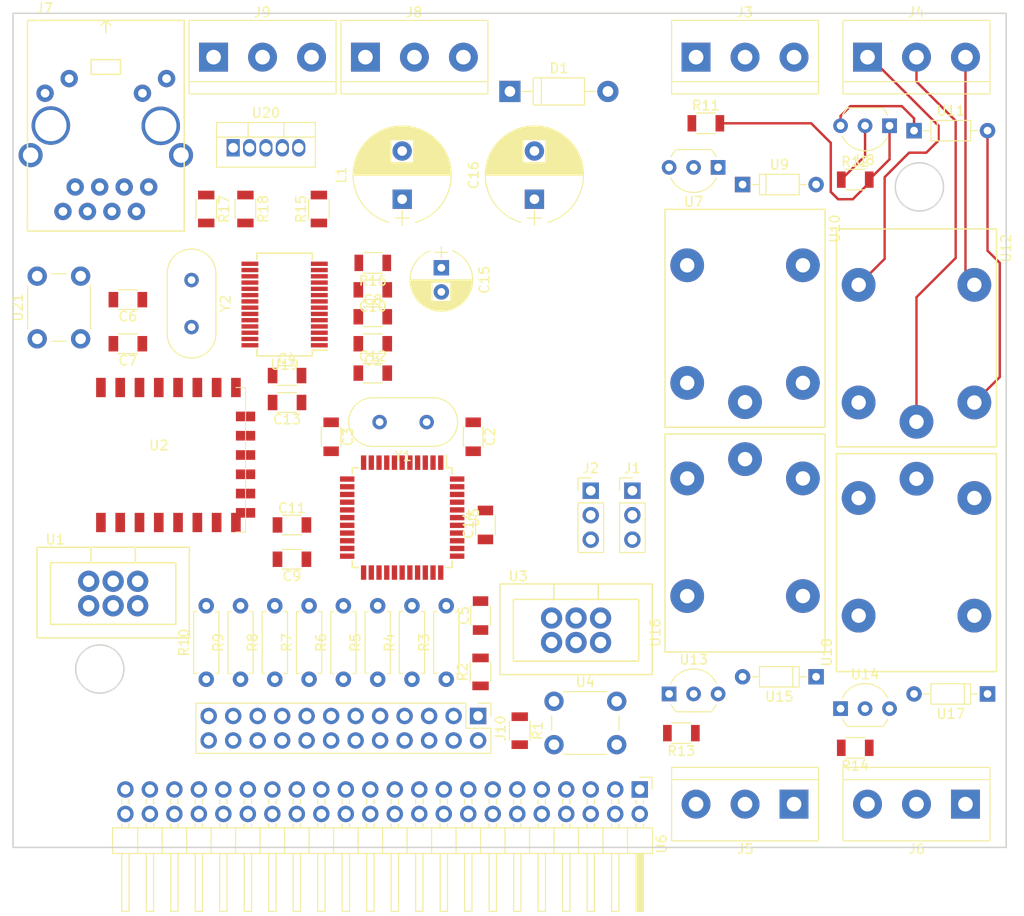
<source format=kicad_pcb>
(kicad_pcb (version 4) (host pcbnew 4.0.7)
  (layers (0 F.Cu signal) (31 B.Cu signal) (34 B.Paste user) (35 F.Paste user) (36 B.SilkS user) (37 F.SilkS user) (38 B.Mask user) (39 F.Mask user) (44 Edge.Cuts user))
  (net 0 "")
  (net 1 +3V3)
  (net 2 GND)
  (net 3 "Net-(C2-Pad1)")
  (net 4 "Net-(C3-Pad1)")
  (net 5 "Net-(C6-Pad1)")
  (net 6 "Net-(C7-Pad1)")
  (net 7 "Net-(C8-Pad1)")
  (net 8 "Net-(C12-Pad1)")
  (net 9 +12V)
  (net 10 "Net-(D1-Pad1)")
  (net 11 /ESP_CS0)
  (net 12 /ESP_BOOT)
  (net 13 "Net-(J3-Pad1)")
  (net 14 "Net-(J3-Pad2)")
  (net 15 "Net-(J3-Pad3)")
  (net 16 "Net-(J4-Pad1)")
  (net 17 "Net-(J4-Pad2)")
  (net 18 "Net-(J4-Pad3)")
  (net 19 "Net-(J5-Pad1)")
  (net 20 "Net-(J5-Pad2)")
  (net 21 "Net-(J5-Pad3)")
  (net 22 "Net-(J6-Pad1)")
  (net 23 "Net-(J6-Pad2)")
  (net 24 "Net-(J6-Pad3)")
  (net 25 /enc28j60/TPOUT+)
  (net 26 /enc28j60/TPOUT-)
  (net 27 /enc28j60/TPIN+)
  (net 28 "Net-(J7-Pad2)")
  (net 29 "Net-(J7-Pad5)")
  (net 30 /enc28j60/TPIN-)
  (net 31 "Net-(J7-PadGA)")
  (net 32 "Net-(J7-PadYA)")
  (net 33 /1wire)
  (net 34 /ADC0)
  (net 35 /ADC1)
  (net 36 /ACD2)
  (net 37 /ADC3)
  (net 38 /ADC4)
  (net 39 /ADC5)
  (net 40 /ADC6)
  (net 41 /ADC7)
  (net 42 /IO0)
  (net 43 /IO1)
  (net 44 /IO2)
  (net 45 /IO3)
  (net 46 /IO4)
  (net 47 /IO5)
  (net 48 /IO6)
  (net 49 /IO7)
  (net 50 /I2C_SDA)
  (net 51 /I2C_SCL)
  (net 52 /TXD)
  (net 53 /RXD)
  (net 54 /RST1)
  (net 55 "Net-(R16-Pad2)")
  (net 56 /enc28j60/LEDA)
  (net 57 /enc28j60/LEDB)
  (net 58 /MISO2)
  (net 59 /SCK2)
  (net 60 /MOSI2)
  (net 61 /RST2)
  (net 62 /ESP_SLEEP)
  (net 63 /MISO1)
  (net 64 /SCK1)
  (net 65 /MOSI1)
  (net 66 "Net-(U10-Pad2)")
  (net 67 "Net-(U13-Pad3)")
  (net 68 "Net-(U14-Pad3)")
  (net 69 "Net-(U5-Pad11)")
  (net 70 "Net-(U5-Pad12)")
  (net 71 "Net-(U5-Pad13)")
  (net 72 "Net-(U5-Pad14)")
  (net 73 /ETH_CS)
  (net 74 /ETH_INT)
  (net 75 "Net-(U11-Pad1)")
  (net 76 "Net-(U19-Pad3)")
  (net 77 "Net-(U19-Pad5)")
  (module Capacitors_SMD:C_1206 (layer F.Cu) (at 67.31 64.262 180)
    (fp_text reference C1 (at 0 -1.75 180) (layer F.SilkS))
    (fp_text value 100n)
    (pad 1 smd rect (at -1.5 0 180) (size 1 1.6) (layers F.Cu F.Paste F.Mask) (net 1 +3V3))
    (pad 2 smd rect (at 1.5 0 180) (size 1 1.6) (layers F.Cu F.Paste F.Mask) (net 2 GND))
  )
  (module Capacitors_SMD:C_1206 (layer F.Cu) (at 77.724 73.914 270)
    (fp_text reference C2 (at 0 -1.75 270) (layer F.SilkS))
    (fp_text value 22p)
    (pad 1 smd rect (at -1.5 0 270) (size 1 1.6) (layers F.Cu F.Paste F.Mask) (net 3 "Net-(C2-Pad1)"))
    (pad 2 smd rect (at 1.5 0 270) (size 1 1.6) (layers F.Cu F.Paste F.Mask) (net 2 GND))
  )
  (module Capacitors_SMD:C_1206 (layer F.Cu) (at 62.992 73.914 270)
    (fp_text reference C3 (at 0 -1.75 270) (layer F.SilkS))
    (fp_text value 22p)
    (pad 1 smd rect (at -1.5 0 270) (size 1 1.6) (layers F.Cu F.Paste F.Mask) (net 4 "Net-(C3-Pad1)"))
    (pad 2 smd rect (at 1.5 0 270) (size 1 1.6) (layers F.Cu F.Paste F.Mask) (net 2 GND))
  )
  (module Capacitors_SMD:C_1206 (layer F.Cu) (at 58.42 67.564)
    (fp_text reference C4 (at 0 -1.75) (layer F.SilkS))
    (fp_text value 100n)
    (pad 1 smd rect (at -1.5 0) (size 1 1.6) (layers F.Cu F.Paste F.Mask) (net 1 +3V3))
    (pad 2 smd rect (at 1.5 0) (size 1 1.6) (layers F.Cu F.Paste F.Mask) (net 2 GND))
  )
  (module Capacitors_SMD:C_1206 (layer F.Cu) (at 78.486 92.456 90)
    (fp_text reference C5 (at 0 -1.75 90) (layer F.SilkS))
    (fp_text value 100n)
    (pad 1 smd rect (at -1.5 0 90) (size 1 1.6) (layers F.Cu F.Paste F.Mask) (net 1 +3V3))
    (pad 2 smd rect (at 1.5 0 90) (size 1 1.6) (layers F.Cu F.Paste F.Mask) (net 2 GND))
  )
  (module Capacitors_SMD:C_1206 (layer F.Cu) (at 41.91 59.69 180)
    (fp_text reference C6 (at 0 -1.75 180) (layer F.SilkS))
    (fp_text value 18p)
    (pad 1 smd rect (at -1.5 0 180) (size 1 1.6) (layers F.Cu F.Paste F.Mask) (net 5 "Net-(C6-Pad1)"))
    (pad 2 smd rect (at 1.5 0 180) (size 1 1.6) (layers F.Cu F.Paste F.Mask) (net 2 GND))
  )
  (module Capacitors_SMD:C_1206 (layer F.Cu) (at 41.91 64.262 180)
    (fp_text reference C7 (at 0 -1.75 180) (layer F.SilkS))
    (fp_text value 18p)
    (pad 1 smd rect (at -1.5 0 180) (size 1 1.6) (layers F.Cu F.Paste F.Mask) (net 6 "Net-(C7-Pad1)"))
    (pad 2 smd rect (at 1.5 0 180) (size 1 1.6) (layers F.Cu F.Paste F.Mask) (net 2 GND))
  )
  (module Capacitors_SMD:C_1206 (layer F.Cu) (at 67.31 61.468)
    (fp_text reference C8 (at 0 -1.75) (layer F.SilkS))
    (fp_text value 100n)
    (pad 1 smd rect (at -1.5 0) (size 1 1.6) (layers F.Cu F.Paste F.Mask) (net 7 "Net-(C8-Pad1)"))
    (pad 2 smd rect (at 1.5 0) (size 1 1.6) (layers F.Cu F.Paste F.Mask) (net 2 GND))
  )
  (module Capacitors_SMD:C_1206 (layer F.Cu) (at 58.928 86.614 180)
    (fp_text reference C9 (at 0 -1.75 180) (layer F.SilkS))
    (fp_text value 100n)
    (pad 1 smd rect (at -1.5 0 180) (size 1 1.6) (layers F.Cu F.Paste F.Mask) (net 2 GND))
    (pad 2 smd rect (at 1.5 0 180) (size 1 1.6) (layers F.Cu F.Paste F.Mask) (net 1 +3V3))
  )
  (module Capacitors_SMD:C_1206 (layer F.Cu) (at 67.31 58.674 180)
    (fp_text reference C10 (at 0 -1.75 180) (layer F.SilkS))
    (fp_text value 100n)
    (pad 1 smd rect (at -1.5 0 180) (size 1 1.6) (layers F.Cu F.Paste F.Mask) (net 1 +3V3))
    (pad 2 smd rect (at 1.5 0 180) (size 1 1.6) (layers F.Cu F.Paste F.Mask) (net 2 GND))
  )
  (module Capacitors_SMD:C_1206 (layer F.Cu) (at 58.928 83.058)
    (fp_text reference C11 (at 0 -1.75) (layer F.SilkS))
    (fp_text value 100n)
    (pad 1 smd rect (at -1.5 0) (size 1 1.6) (layers F.Cu F.Paste F.Mask) (net 1 +3V3))
    (pad 2 smd rect (at 1.5 0) (size 1 1.6) (layers F.Cu F.Paste F.Mask) (net 2 GND))
  )
  (module Capacitors_SMD:C_1206 (layer F.Cu) (at 67.31 67.31)
    (fp_text reference C12 (at 0 -1.75) (layer F.SilkS))
    (fp_text value 10µ)
    (pad 1 smd rect (at -1.5 0) (size 1 1.6) (layers F.Cu F.Paste F.Mask) (net 8 "Net-(C12-Pad1)"))
    (pad 2 smd rect (at 1.5 0) (size 1 1.6) (layers F.Cu F.Paste F.Mask) (net 2 GND))
  )
  (module Capacitors_SMD:C_1206 (layer F.Cu) (at 58.42 70.358 180)
    (fp_text reference C13 (at 0 -1.75 180) (layer F.SilkS))
    (fp_text value 100n)
    (pad 1 smd rect (at -1.5 0 180) (size 1 1.6) (layers F.Cu F.Paste F.Mask) (net 1 +3V3))
    (pad 2 smd rect (at 1.5 0 180) (size 1 1.6) (layers F.Cu F.Paste F.Mask) (net 2 GND))
  )
  (module Capacitors_SMD:C_1206 (layer F.Cu) (at 78.994 83.058 90)
    (fp_text reference C14 (at 0 -1.75 90) (layer F.SilkS))
    (fp_text value 100n)
    (pad 1 smd rect (at -1.5 0 90) (size 1 1.6) (layers F.Cu F.Paste F.Mask) (net 1 +3V3))
    (pad 2 smd rect (at 1.5 0 90) (size 1 1.6) (layers F.Cu F.Paste F.Mask) (net 2 GND))
  )
  (module Capacitors_ThroughHole:CP_Radial_D6.3mm_P2.50mm (layer F.Cu) (at 74.422 56.388 270)
    (fp_text reference C15 (at 1.25 -4.46 270) (layer F.SilkS))
    (fp_text value 100µ)
    (pad 1 thru_hole rect (at 0 0 270) (size 1.6 1.6) (drill 0.8) (layers *.Cu *.Mask) (net 9 +12V))
    (pad 2 thru_hole circle (at 2.5 0 270) (size 1.6 1.6) (drill 0.8) (layers *.Cu *.Mask) (net 2 GND))
  )
  (module Capacitors_ThroughHole:CP_Radial_D10.0mm_P5.00mm (layer F.Cu) (at 84.074 49.276 90)
    (fp_text reference C16 (at 2.5 -6.31 90) (layer F.SilkS))
    (fp_text value 330µ)
    (pad 1 thru_hole rect (at 0 0 90) (size 2 2) (drill 1) (layers *.Cu *.Mask) (net 1 +3V3))
    (pad 2 thru_hole circle (at 5 0 90) (size 2 2) (drill 1) (layers *.Cu *.Mask) (net 2 GND))
  )
  (module Diodes_ThroughHole:D_DO-41_SOD81_P10.16mm_Horizontal (layer F.Cu) (at 81.534 38.1)
    (fp_text reference D1 (at 5.08 -2.41) (layer F.SilkS))
    (fp_text value 1N5819)
    (pad 1 thru_hole rect (at 0 0) (size 2.2 2.2) (drill 1.1) (layers *.Cu *.Mask) (net 10 "Net-(D1-Pad1)"))
    (pad 2 thru_hole oval (at 10.16 0) (size 2.2 2.2) (drill 1.1) (layers *.Cu *.Mask) (net 2 GND))
  )
  (module Pin_Headers:Pin_Header_Straight_1x03_Pitch2.54mm (layer F.Cu) (at 94.234 79.502)
    (fp_text reference J1 (at 0 -2.33) (layer F.SilkS))
    (fp_text value Conn_01x03)
    (pad 1 thru_hole rect (at 0 0) (size 1.7 1.7) (drill 1) (layers *.Cu *.Mask) (net 1 +3V3))
    (pad 2 thru_hole oval (at 0 2.54) (size 1.7 1.7) (drill 1) (layers *.Cu *.Mask) (net 11 /ESP_CS0))
    (pad 3 thru_hole oval (at 0 5.08) (size 1.7 1.7) (drill 1) (layers *.Cu *.Mask) (net 2 GND))
  )
  (module Pin_Headers:Pin_Header_Straight_1x03_Pitch2.54mm (layer F.Cu) (at 89.916 79.502)
    (fp_text reference J2 (at 0 -2.33) (layer F.SilkS))
    (fp_text value Conn_01x03)
    (pad 1 thru_hole rect (at 0 0) (size 1.7 1.7) (drill 1) (layers *.Cu *.Mask) (net 1 +3V3))
    (pad 2 thru_hole oval (at 0 2.54) (size 1.7 1.7) (drill 1) (layers *.Cu *.Mask) (net 12 /ESP_BOOT))
    (pad 3 thru_hole oval (at 0 5.08) (size 1.7 1.7) (drill 1) (layers *.Cu *.Mask) (net 2 GND))
  )
  (module Terminal_Blocks:TerminalBlock_bornier-3_P5.08mm (layer F.Cu) (at 100.838 34.544)
    (fp_text reference J3 (at 5.05 -4.65) (layer F.SilkS))
    (fp_text value Conn_01x03)
    (pad 1 thru_hole rect (at 0 0) (size 3 3) (drill 1.52) (layers *.Cu *.Mask) (net 13 "Net-(J3-Pad1)"))
    (pad 2 thru_hole circle (at 5.08 0) (size 3 3) (drill 1.52) (layers *.Cu *.Mask) (net 14 "Net-(J3-Pad2)"))
    (pad 3 thru_hole circle (at 10.16 0) (size 3 3) (drill 1.52) (layers *.Cu *.Mask) (net 15 "Net-(J3-Pad3)"))
  )
  (module Terminal_Blocks:TerminalBlock_bornier-3_P5.08mm (layer F.Cu) (at 118.618 34.544)
    (fp_text reference J4 (at 5.05 -4.65) (layer F.SilkS))
    (fp_text value Conn_01x03)
    (pad 1 thru_hole rect (at 0 0) (size 3 3) (drill 1.52) (layers *.Cu *.Mask) (net 16 "Net-(J4-Pad1)"))
    (pad 2 thru_hole circle (at 5.08 0) (size 3 3) (drill 1.52) (layers *.Cu *.Mask) (net 17 "Net-(J4-Pad2)"))
    (pad 3 thru_hole circle (at 10.16 0) (size 3 3) (drill 1.52) (layers *.Cu *.Mask) (net 18 "Net-(J4-Pad3)"))
  )
  (module Terminal_Blocks:TerminalBlock_bornier-3_P5.08mm (layer F.Cu) (at 110.998 112.014 180)
    (fp_text reference J5 (at 5.05 -4.65 180) (layer F.SilkS))
    (fp_text value Conn_01x03)
    (pad 1 thru_hole rect (at 0 0 180) (size 3 3) (drill 1.52) (layers *.Cu *.Mask) (net 19 "Net-(J5-Pad1)"))
    (pad 2 thru_hole circle (at 5.08 0 180) (size 3 3) (drill 1.52) (layers *.Cu *.Mask) (net 20 "Net-(J5-Pad2)"))
    (pad 3 thru_hole circle (at 10.16 0 180) (size 3 3) (drill 1.52) (layers *.Cu *.Mask) (net 21 "Net-(J5-Pad3)"))
  )
  (module Terminal_Blocks:TerminalBlock_bornier-3_P5.08mm (layer F.Cu) (at 128.778 112.014 180)
    (fp_text reference J6 (at 5.05 -4.65 180) (layer F.SilkS))
    (fp_text value Conn_01x03)
    (pad 1 thru_hole rect (at 0 0 180) (size 3 3) (drill 1.52) (layers *.Cu *.Mask) (net 22 "Net-(J6-Pad1)"))
    (pad 2 thru_hole circle (at 5.08 0 180) (size 3 3) (drill 1.52) (layers *.Cu *.Mask) (net 23 "Net-(J6-Pad2)"))
    (pad 3 thru_hole circle (at 10.16 0 180) (size 3 3) (drill 1.52) (layers *.Cu *.Mask) (net 24 "Net-(J6-Pad3)"))
  )
  (module Bauteile:RJ45-WIZnet (layer F.Cu) (at 39.624 48.006 180)
    (fp_text reference J7 (at 6.35 18.542 180) (layer F.SilkS))
    (fp_text value RJ45-TRANSFO)
    (pad 1 thru_hole circle (at -4.445 0 180) (size 1.8 1.8) (drill 0.9) (layers *.Cu *.Mask) (net 25 /enc28j60/TPOUT+))
    (pad 3 thru_hole circle (at -3.175 -2.54 180) (size 1.8 1.8) (drill 0.9) (layers *.Cu *.Mask) (net 26 /enc28j60/TPOUT-))
    (pad 4 thru_hole circle (at -1.905 0 180) (size 1.8 1.8) (drill 0.9) (layers *.Cu *.Mask) (net 27 /enc28j60/TPIN+))
    (pad 2 thru_hole circle (at -0.635 -2.54 180) (size 1.8 1.8) (drill 0.9) (layers *.Cu *.Mask) (net 28 "Net-(J7-Pad2)"))
    (pad 5 thru_hole circle (at 0.635 0 180) (size 1.8 1.8) (drill 0.9) (layers *.Cu *.Mask) (net 29 "Net-(J7-Pad5)"))
    (pad 6 thru_hole circle (at 1.905 -2.54 180) (size 1.8 1.8) (drill 0.9) (layers *.Cu *.Mask) (net 30 /enc28j60/TPIN-))
    (pad 7 thru_hole circle (at 3.175 0 180) (size 1.8 1.8) (drill 0.9) (layers *.Cu *.Mask))
    (pad 8 thru_hole circle (at 4.445 -2.54 180) (size 1.8 1.8) (drill 0.9) (layers *.Cu *.Mask) (net 2 GND))
    (pad "" np_thru_hole circle (at -5.7 6.34 180) (size 4 4) (drill 3.25) (layers *.Cu *.Mask))
    (pad "" np_thru_hole circle (at 5.7 6.37 180) (size 4 4) (drill 3.25) (layers *.Cu *.Mask))
    (pad 13 thru_hole circle (at -7.8 3.3 180) (size 2.5 2.5) (drill 1.6) (layers *.Cu *.Mask) (net 2 GND))
    (pad 13 thru_hole circle (at 7.8 3.3 180) (size 2.5 2.5) (drill 1.6) (layers *.Cu *.Mask) (net 2 GND))
    (pad GA thru_hole circle (at -6.3 11.24 180) (size 1.8 1.8) (drill 0.9) (layers *.Cu *.Mask) (net 31 "Net-(J7-PadGA)"))
    (pad GK thru_hole circle (at -3.8 9.72 180) (size 1.8 1.8) (drill 0.9) (layers *.Cu *.Mask) (net 2 GND))
    (pad YA thru_hole circle (at 6.3 9.72 180) (size 1.8 1.8) (drill 0.9) (layers *.Cu *.Mask) (net 32 "Net-(J7-PadYA)"))
    (pad YK thru_hole circle (at 3.8 11.24 180) (size 1.8 1.8) (drill 0.9) (layers *.Cu *.Mask) (net 2 GND))
  )
  (module Terminal_Blocks:TerminalBlock_bornier-3_P5.08mm (layer F.Cu) (at 66.548 34.544)
    (fp_text reference J8 (at 5.05 -4.65) (layer F.SilkS))
    (fp_text value Conn_01x03)
    (pad 1 thru_hole rect (at 0 0) (size 3 3) (drill 1.52) (layers *.Cu *.Mask) (net 9 +12V))
    (pad 2 thru_hole circle (at 5.08 0) (size 3 3) (drill 1.52) (layers *.Cu *.Mask) (net 1 +3V3))
    (pad 3 thru_hole circle (at 10.16 0) (size 3 3) (drill 1.52) (layers *.Cu *.Mask) (net 2 GND))
  )
  (module Terminal_Blocks:TerminalBlock_bornier-3_P5.08mm (layer F.Cu) (at 50.8 34.544)
    (fp_text reference J9 (at 5.05 -4.65) (layer F.SilkS))
    (fp_text value Conn_01x03)
    (pad 1 thru_hole rect (at 0 0) (size 3 3) (drill 1.52) (layers *.Cu *.Mask) (net 9 +12V))
    (pad 2 thru_hole circle (at 5.08 0) (size 3 3) (drill 1.52) (layers *.Cu *.Mask) (net 1 +3V3))
    (pad 3 thru_hole circle (at 10.16 0) (size 3 3) (drill 1.52) (layers *.Cu *.Mask) (net 2 GND))
  )
  (module Pin_Headers:Pin_Header_Straight_2x12_Pitch2.54mm (layer F.Cu) (at 78.232 102.87 270)
    (fp_text reference J10 (at 1.27 -2.33 270) (layer F.SilkS))
    (fp_text value IOT2Connector_Int)
    (pad 1 thru_hole rect (at 0 0 270) (size 1.7 1.7) (drill 1) (layers *.Cu *.Mask) (net 1 +3V3))
    (pad 2 thru_hole oval (at 2.54 0 270) (size 1.7 1.7) (drill 1) (layers *.Cu *.Mask) (net 9 +12V))
    (pad 3 thru_hole oval (at 0 2.54 270) (size 1.7 1.7) (drill 1) (layers *.Cu *.Mask) (net 33 /1wire))
    (pad 4 thru_hole oval (at 2.54 2.54 270) (size 1.7 1.7) (drill 1) (layers *.Cu *.Mask) (net 2 GND))
    (pad 5 thru_hole oval (at 0 5.08 270) (size 1.7 1.7) (drill 1) (layers *.Cu *.Mask) (net 34 /ADC0))
    (pad 6 thru_hole oval (at 2.54 5.08 270) (size 1.7 1.7) (drill 1) (layers *.Cu *.Mask) (net 35 /ADC1))
    (pad 7 thru_hole oval (at 0 7.62 270) (size 1.7 1.7) (drill 1) (layers *.Cu *.Mask) (net 36 /ACD2))
    (pad 8 thru_hole oval (at 2.54 7.62 270) (size 1.7 1.7) (drill 1) (layers *.Cu *.Mask) (net 37 /ADC3))
    (pad 9 thru_hole oval (at 0 10.16 270) (size 1.7 1.7) (drill 1) (layers *.Cu *.Mask) (net 38 /ADC4))
    (pad 10 thru_hole oval (at 2.54 10.16 270) (size 1.7 1.7) (drill 1) (layers *.Cu *.Mask) (net 39 /ADC5))
    (pad 11 thru_hole oval (at 0 12.7 270) (size 1.7 1.7) (drill 1) (layers *.Cu *.Mask) (net 40 /ADC6))
    (pad 12 thru_hole oval (at 2.54 12.7 270) (size 1.7 1.7) (drill 1) (layers *.Cu *.Mask) (net 41 /ADC7))
    (pad 13 thru_hole oval (at 0 15.24 270) (size 1.7 1.7) (drill 1) (layers *.Cu *.Mask) (net 42 /IO0))
    (pad 14 thru_hole oval (at 2.54 15.24 270) (size 1.7 1.7) (drill 1) (layers *.Cu *.Mask) (net 43 /IO1))
    (pad 15 thru_hole oval (at 0 17.78 270) (size 1.7 1.7) (drill 1) (layers *.Cu *.Mask) (net 44 /IO2))
    (pad 16 thru_hole oval (at 2.54 17.78 270) (size 1.7 1.7) (drill 1) (layers *.Cu *.Mask) (net 45 /IO3))
    (pad 17 thru_hole oval (at 0 20.32 270) (size 1.7 1.7) (drill 1) (layers *.Cu *.Mask) (net 46 /IO4))
    (pad 18 thru_hole oval (at 2.54 20.32 270) (size 1.7 1.7) (drill 1) (layers *.Cu *.Mask) (net 47 /IO5))
    (pad 19 thru_hole oval (at 0 22.86 270) (size 1.7 1.7) (drill 1) (layers *.Cu *.Mask) (net 48 /IO6))
    (pad 20 thru_hole oval (at 2.54 22.86 270) (size 1.7 1.7) (drill 1) (layers *.Cu *.Mask) (net 49 /IO7))
    (pad 21 thru_hole oval (at 0 25.4 270) (size 1.7 1.7) (drill 1) (layers *.Cu *.Mask) (net 50 /I2C_SDA))
    (pad 22 thru_hole oval (at 2.54 25.4 270) (size 1.7 1.7) (drill 1) (layers *.Cu *.Mask) (net 51 /I2C_SCL))
    (pad 23 thru_hole oval (at 0 27.94 270) (size 1.7 1.7) (drill 1) (layers *.Cu *.Mask) (net 52 /TXD))
    (pad 24 thru_hole oval (at 2.54 27.94 270) (size 1.7 1.7) (drill 1) (layers *.Cu *.Mask) (net 53 /RXD))
  )
  (module Capacitors_ThroughHole:CP_Radial_D10.0mm_P5.00mm (layer F.Cu) (at 70.358 49.276 90)
    (fp_text reference L1 (at 2.5 -6.31 90) (layer F.SilkS))
    (fp_text value 330µ)
    (pad 1 thru_hole rect (at 0 0 90) (size 2 2) (drill 1) (layers *.Cu *.Mask) (net 10 "Net-(D1-Pad1)"))
    (pad 2 thru_hole circle (at 5 0 90) (size 2 2) (drill 1) (layers *.Cu *.Mask) (net 1 +3V3))
  )
  (module Resistors_SMD:R_1206 (layer F.Cu) (at 82.55 104.394 270)
    (fp_text reference R1 (at 0 -1.85 270) (layer F.SilkS))
    (fp_text value 10k)
    (pad 1 smd rect (at -1.45 0 270) (size 0.9 1.7) (layers F.Cu F.Paste F.Mask) (net 1 +3V3))
    (pad 2 smd rect (at 1.45 0 270) (size 0.9 1.7) (layers F.Cu F.Paste F.Mask) (net 54 /RST1))
  )
  (module Resistors_SMD:R_1206 (layer F.Cu) (at 78.486 98.298 90)
    (fp_text reference R2 (at 0 -1.85 90) (layer F.SilkS))
    (fp_text value 4k7)
    (pad 1 smd rect (at -1.45 0 90) (size 0.9 1.7) (layers F.Cu F.Paste F.Mask) (net 1 +3V3))
    (pad 2 smd rect (at 1.45 0 90) (size 0.9 1.7) (layers F.Cu F.Paste F.Mask) (net 33 /1wire))
  )
  (module Resistors_ThroughHole:R_Axial_DIN0207_L6.3mm_D2.5mm_P7.62mm_Horizontal (layer F.Cu) (at 74.93 99.06 90)
    (fp_text reference R3 (at 3.81 -2.31 90) (layer F.SilkS))
    (fp_text value ~)
    (pad 1 thru_hole circle (at 0 0 90) (size 1.6 1.6) (drill 0.8) (layers *.Cu *.Mask) (net 34 /ADC0))
    (pad 2 thru_hole oval (at 7.62 0 90) (size 1.6 1.6) (drill 0.8) (layers *.Cu *.Mask) (net 1 +3V3))
  )
  (module Resistors_ThroughHole:R_Axial_DIN0207_L6.3mm_D2.5mm_P7.62mm_Horizontal (layer F.Cu) (at 71.374 99.06 90)
    (fp_text reference R4 (at 3.81 -2.31 90) (layer F.SilkS))
    (fp_text value ~)
    (pad 1 thru_hole circle (at 0 0 90) (size 1.6 1.6) (drill 0.8) (layers *.Cu *.Mask) (net 35 /ADC1))
    (pad 2 thru_hole oval (at 7.62 0 90) (size 1.6 1.6) (drill 0.8) (layers *.Cu *.Mask) (net 1 +3V3))
  )
  (module Resistors_ThroughHole:R_Axial_DIN0207_L6.3mm_D2.5mm_P7.62mm_Horizontal (layer F.Cu) (at 67.818 99.06 90)
    (fp_text reference R5 (at 3.81 -2.31 90) (layer F.SilkS))
    (fp_text value ~)
    (pad 1 thru_hole circle (at 0 0 90) (size 1.6 1.6) (drill 0.8) (layers *.Cu *.Mask) (net 36 /ACD2))
    (pad 2 thru_hole oval (at 7.62 0 90) (size 1.6 1.6) (drill 0.8) (layers *.Cu *.Mask) (net 1 +3V3))
  )
  (module Resistors_ThroughHole:R_Axial_DIN0207_L6.3mm_D2.5mm_P7.62mm_Horizontal (layer F.Cu) (at 64.262 99.06 90)
    (fp_text reference R6 (at 3.81 -2.31 90) (layer F.SilkS))
    (fp_text value ~)
    (pad 1 thru_hole circle (at 0 0 90) (size 1.6 1.6) (drill 0.8) (layers *.Cu *.Mask) (net 37 /ADC3))
    (pad 2 thru_hole oval (at 7.62 0 90) (size 1.6 1.6) (drill 0.8) (layers *.Cu *.Mask) (net 1 +3V3))
  )
  (module Resistors_ThroughHole:R_Axial_DIN0207_L6.3mm_D2.5mm_P7.62mm_Horizontal (layer F.Cu) (at 60.706 99.06 90)
    (fp_text reference R7 (at 3.81 -2.31 90) (layer F.SilkS))
    (fp_text value ~)
    (pad 1 thru_hole circle (at 0 0 90) (size 1.6 1.6) (drill 0.8) (layers *.Cu *.Mask) (net 38 /ADC4))
    (pad 2 thru_hole oval (at 7.62 0 90) (size 1.6 1.6) (drill 0.8) (layers *.Cu *.Mask) (net 1 +3V3))
  )
  (module Resistors_ThroughHole:R_Axial_DIN0207_L6.3mm_D2.5mm_P7.62mm_Horizontal (layer F.Cu) (at 57.15 99.06 90)
    (fp_text reference R8 (at 3.81 -2.31 90) (layer F.SilkS))
    (fp_text value ~)
    (pad 1 thru_hole circle (at 0 0 90) (size 1.6 1.6) (drill 0.8) (layers *.Cu *.Mask) (net 39 /ADC5))
    (pad 2 thru_hole oval (at 7.62 0 90) (size 1.6 1.6) (drill 0.8) (layers *.Cu *.Mask) (net 1 +3V3))
  )
  (module Resistors_ThroughHole:R_Axial_DIN0207_L6.3mm_D2.5mm_P7.62mm_Horizontal (layer F.Cu) (at 53.594 99.06 90)
    (fp_text reference R9 (at 3.81 -2.31 90) (layer F.SilkS))
    (fp_text value ~)
    (pad 1 thru_hole circle (at 0 0 90) (size 1.6 1.6) (drill 0.8) (layers *.Cu *.Mask) (net 40 /ADC6))
    (pad 2 thru_hole oval (at 7.62 0 90) (size 1.6 1.6) (drill 0.8) (layers *.Cu *.Mask) (net 1 +3V3))
  )
  (module Resistors_ThroughHole:R_Axial_DIN0207_L6.3mm_D2.5mm_P7.62mm_Horizontal (layer F.Cu) (at 50.038 99.06 90)
    (fp_text reference R10 (at 3.81 -2.31 90) (layer F.SilkS))
    (fp_text value ~)
    (pad 1 thru_hole circle (at 0 0 90) (size 1.6 1.6) (drill 0.8) (layers *.Cu *.Mask) (net 41 /ADC7))
    (pad 2 thru_hole oval (at 7.62 0 90) (size 1.6 1.6) (drill 0.8) (layers *.Cu *.Mask) (net 1 +3V3))
  )
  (module Resistors_SMD:R_1206 (layer F.Cu) (at 101.854 41.402)
    (fp_text reference R11 (at 0 -1.85) (layer F.SilkS))
    (fp_text value 10k)
    (pad 1 smd rect (at -1.45 0) (size 0.9 1.7) (layers F.Cu F.Paste F.Mask) (net 42 /IO0))
    (pad 2 smd rect (at 1.45 0) (size 0.9 1.7) (layers F.Cu F.Paste F.Mask) (net 2 GND))
  )
  (module Resistors_SMD:R_1206 (layer F.Cu) (at 117.348 47.244)
    (fp_text reference R12 (at 0 -1.85) (layer F.SilkS))
    (fp_text value 10k)
    (pad 1 smd rect (at -1.45 0) (size 0.9 1.7) (layers F.Cu F.Paste F.Mask) (net 43 /IO1))
    (pad 2 smd rect (at 1.45 0) (size 0.9 1.7) (layers F.Cu F.Paste F.Mask) (net 2 GND))
  )
  (module Resistors_SMD:R_1206 (layer F.Cu) (at 99.314 104.648 180)
    (fp_text reference R13 (at 0 -1.85 180) (layer F.SilkS))
    (fp_text value 10k)
    (pad 1 smd rect (at -1.45 0 180) (size 0.9 1.7) (layers F.Cu F.Paste F.Mask) (net 44 /IO2))
    (pad 2 smd rect (at 1.45 0 180) (size 0.9 1.7) (layers F.Cu F.Paste F.Mask) (net 2 GND))
  )
  (module Resistors_SMD:R_1206 (layer F.Cu) (at 117.348 106.172 180)
    (fp_text reference R14 (at 0 -1.85 180) (layer F.SilkS))
    (fp_text value 10k)
    (pad 1 smd rect (at -1.45 0 180) (size 0.9 1.7) (layers F.Cu F.Paste F.Mask) (net 45 /IO3))
    (pad 2 smd rect (at 1.45 0 180) (size 0.9 1.7) (layers F.Cu F.Paste F.Mask) (net 2 GND))
  )
  (module Resistors_SMD:R_1206 (layer F.Cu) (at 61.722 50.292 90)
    (fp_text reference R15 (at 0 -1.85 90) (layer F.SilkS))
    (fp_text value 33k)
    (pad 1 smd rect (at -1.45 0 90) (size 0.9 1.7) (layers F.Cu F.Paste F.Mask) (net 7 "Net-(C8-Pad1)"))
    (pad 2 smd rect (at 1.45 0 90) (size 0.9 1.7) (layers F.Cu F.Paste F.Mask) (net 1 +3V3))
  )
  (module Resistors_SMD:R_1206 (layer F.Cu) (at 67.31 55.88 180)
    (fp_text reference R16 (at 0 -1.85 180) (layer F.SilkS))
    (fp_text value 2k)
    (pad 1 smd rect (at -1.45 0 180) (size 0.9 1.7) (layers F.Cu F.Paste F.Mask) (net 2 GND))
    (pad 2 smd rect (at 1.45 0 180) (size 0.9 1.7) (layers F.Cu F.Paste F.Mask) (net 55 "Net-(R16-Pad2)"))
  )
  (module Resistors_SMD:R_1206 (layer F.Cu) (at 50.038 50.292 270)
    (fp_text reference R17 (at 0 -1.85 270) (layer F.SilkS))
    (fp_text value 180)
    (pad 1 smd rect (at -1.45 0 270) (size 0.9 1.7) (layers F.Cu F.Paste F.Mask) (net 31 "Net-(J7-PadGA)"))
    (pad 2 smd rect (at 1.45 0 270) (size 0.9 1.7) (layers F.Cu F.Paste F.Mask) (net 56 /enc28j60/LEDA))
  )
  (module Resistors_SMD:R_1206 (layer F.Cu) (at 54.102 50.292 270)
    (fp_text reference R18 (at 0 -1.85 270) (layer F.SilkS))
    (fp_text value 180)
    (pad 1 smd rect (at -1.45 0 270) (size 0.9 1.7) (layers F.Cu F.Paste F.Mask) (net 32 "Net-(J7-PadYA)"))
    (pad 2 smd rect (at 1.45 0 270) (size 0.9 1.7) (layers F.Cu F.Paste F.Mask) (net 57 /enc28j60/LEDB))
  )
  (module Footprints:ICSP6 (layer F.Cu) (at 40.386 90.17 180)
    (fp_text reference U1 (at 6 5.6 180) (layer F.SilkS))
    (fp_text value ICSP6)
    (pad 1 thru_hole circle (at -2.54 1.27 180) (size 2.2 2.2) (drill 1.2) (layers *.Cu *.Mask) (net 58 /MISO2))
    (pad 2 thru_hole circle (at -2.54 -1.27 180) (size 2.2 2.2) (drill 1.2) (layers *.Cu *.Mask) (net 1 +3V3))
    (pad 3 thru_hole circle (at 0 1.27 180) (size 2.2 2.2) (drill 1.2) (layers *.Cu *.Mask) (net 59 /SCK2))
    (pad 4 thru_hole circle (at 0 -1.27 180) (size 2.2 2.2) (drill 1.2) (layers *.Cu *.Mask) (net 60 /MOSI2))
    (pad 5 thru_hole circle (at 2.54 1.27 180) (size 2.2 2.2) (drill 1.2) (layers *.Cu *.Mask) (net 61 /RST2))
    (pad 6 thru_hole circle (at 2.54 -1.27 180) (size 2.2 2.2) (drill 1.2) (layers *.Cu *.Mask) (net 2 GND))
  )
  (module ESP8266:ESP-12E_SMD (layer F.Cu) (at 39.116 82.804 90)
    (fp_text reference U2 (at 8 6 180) (layer F.SilkS))
    (fp_text value ESP-12E hide)
    (pad 1 smd rect (at 0 0 90) (size 2 1) (layers F.Cu F.Paste F.Mask) (net 61 /RST2))
    (pad 2 smd rect (at 0 2 90) (size 2 1) (layers F.Cu F.Paste F.Mask) (net 34 /ADC0))
    (pad 3 smd rect (at 0 4 90) (size 2 1) (layers F.Cu F.Paste F.Mask) (net 1 +3V3))
    (pad 4 smd rect (at 0 6 90) (size 2 1) (layers F.Cu F.Paste F.Mask) (net 62 /ESP_SLEEP))
    (pad 5 smd rect (at 0 8 90) (size 2 1) (layers F.Cu F.Paste F.Mask) (net 48 /IO6))
    (pad 6 smd rect (at 0 10 90) (size 2 1) (layers F.Cu F.Paste F.Mask) (net 46 /IO4))
    (pad 7 smd rect (at 0 12 90) (size 2 1) (layers F.Cu F.Paste F.Mask) (net 47 /IO5))
    (pad 8 smd rect (at 0 14 90) (size 2 1) (layers F.Cu F.Paste F.Mask) (net 1 +3V3))
    (pad 9 smd rect (at 14 14 90) (size 2 1) (layers F.Cu F.Paste F.Mask) (net 2 GND))
    (pad 10 smd rect (at 14 12 90) (size 2 1) (layers F.Cu F.Paste F.Mask) (net 2 GND))
    (pad 11 smd rect (at 14 10 90) (size 2 1) (layers F.Cu F.Paste F.Mask) (net 1 +3V3))
    (pad 12 smd rect (at 14 8 90) (size 2 1) (layers F.Cu F.Paste F.Mask) (net 12 /ESP_BOOT))
    (pad 13 smd rect (at 14 6 90) (size 2 1) (layers F.Cu F.Paste F.Mask) (net 43 /IO1))
    (pad 14 smd rect (at 14 4 90) (size 2 1) (layers F.Cu F.Paste F.Mask) (net 42 /IO0))
    (pad 15 smd rect (at 14 2 90) (size 2 1) (layers F.Cu F.Paste F.Mask) (net 52 /TXD))
    (pad 16 smd rect (at 14 0 90) (size 2 1) (layers F.Cu F.Paste F.Mask) (net 53 /RXD))
    (pad 17 smd rect (at 1 15 180) (size 2 1) (layers F.Cu F.Paste F.Mask) (net 11 /ESP_CS0))
    (pad 18 smd rect (at 3 15 180) (size 2 1) (layers F.Cu F.Paste F.Mask) (net 60 /MOSI2))
    (pad 19 smd rect (at 5 15 180) (size 2 1) (layers F.Cu F.Paste F.Mask) (net 44 /IO2))
    (pad 20 smd rect (at 7 15 180) (size 2 1) (layers F.Cu F.Paste F.Mask) (net 45 /IO3))
    (pad 21 smd rect (at 9 15 180) (size 2 1) (layers F.Cu F.Paste F.Mask) (net 58 /MISO2))
    (pad 22 smd rect (at 11 15 180) (size 2 1) (layers F.Cu F.Paste F.Mask) (net 59 /SCK2))
  )
  (module Footprints:ICSP6 (layer F.Cu) (at 88.392 93.98 180)
    (fp_text reference U3 (at 6 5.6 180) (layer F.SilkS))
    (fp_text value ICSP6)
    (pad 1 thru_hole circle (at -2.54 1.27 180) (size 2.2 2.2) (drill 1.2) (layers *.Cu *.Mask) (net 63 /MISO1))
    (pad 2 thru_hole circle (at -2.54 -1.27 180) (size 2.2 2.2) (drill 1.2) (layers *.Cu *.Mask) (net 1 +3V3))
    (pad 3 thru_hole circle (at 0 1.27 180) (size 2.2 2.2) (drill 1.2) (layers *.Cu *.Mask) (net 64 /SCK1))
    (pad 4 thru_hole circle (at 0 -1.27 180) (size 2.2 2.2) (drill 1.2) (layers *.Cu *.Mask) (net 65 /MOSI1))
    (pad 5 thru_hole circle (at 2.54 1.27 180) (size 2.2 2.2) (drill 1.2) (layers *.Cu *.Mask) (net 54 /RST1))
    (pad 6 thru_hole circle (at 2.54 -1.27 180) (size 2.2 2.2) (drill 1.2) (layers *.Cu *.Mask) (net 2 GND))
  )
  (module Buttons_Switches_ThroughHole:SW_PUSH_6mm (layer F.Cu) (at 86.106 101.346)
    (fp_text reference U4 (at 3.25 -2) (layer F.SilkS))
    (fp_text value Button)
    (pad 2 thru_hole circle (at 0 4.5 90) (size 2 2) (drill 1.1) (layers *.Cu *.Mask) (net 54 /RST1))
    (pad 1 thru_hole circle (at 0 0 90) (size 2 2) (drill 1.1) (layers *.Cu *.Mask) (net 2 GND))
    (pad 2 thru_hole circle (at 6.5 4.5 90) (size 2 2) (drill 1.1) (layers *.Cu *.Mask) (net 54 /RST1))
    (pad 1 thru_hole circle (at 6.5 0 90) (size 2 2) (drill 1.1) (layers *.Cu *.Mask) (net 2 GND))
  )
  (module Pin_Headers:Pin_Header_Angled_2x22_Pitch2.54mm (layer F.Cu) (at 94.996 110.49 270)
    (fp_text reference U6 (at 5.655 -2.27 270) (layer F.SilkS))
    (fp_text value IOT2Connector)
    (pad 1 thru_hole rect (at 0 0 270) (size 1.7 1.7) (drill 1) (layers *.Cu *.Mask) (net 9 +12V))
    (pad 2 thru_hole oval (at 2.54 0 270) (size 1.7 1.7) (drill 1) (layers *.Cu *.Mask) (net 2 GND))
    (pad 3 thru_hole oval (at 0 2.54 270) (size 1.7 1.7) (drill 1) (layers *.Cu *.Mask) (net 1 +3V3))
    (pad 4 thru_hole oval (at 2.54 2.54 270) (size 1.7 1.7) (drill 1) (layers *.Cu *.Mask) (net 2 GND))
    (pad 5 thru_hole oval (at 0 5.08 270) (size 1.7 1.7) (drill 1) (layers *.Cu *.Mask) (net 34 /ADC0))
    (pad 6 thru_hole oval (at 2.54 5.08 270) (size 1.7 1.7) (drill 1) (layers *.Cu *.Mask) (net 2 GND))
    (pad 7 thru_hole oval (at 0 7.62 270) (size 1.7 1.7) (drill 1) (layers *.Cu *.Mask) (net 35 /ADC1))
    (pad 8 thru_hole oval (at 2.54 7.62 270) (size 1.7 1.7) (drill 1) (layers *.Cu *.Mask) (net 2 GND))
    (pad 9 thru_hole oval (at 0 10.16 270) (size 1.7 1.7) (drill 1) (layers *.Cu *.Mask) (net 36 /ACD2))
    (pad 10 thru_hole oval (at 2.54 10.16 270) (size 1.7 1.7) (drill 1) (layers *.Cu *.Mask) (net 2 GND))
    (pad 11 thru_hole oval (at 0 12.7 270) (size 1.7 1.7) (drill 1) (layers *.Cu *.Mask) (net 37 /ADC3))
    (pad 12 thru_hole oval (at 2.54 12.7 270) (size 1.7 1.7) (drill 1) (layers *.Cu *.Mask) (net 2 GND))
    (pad 13 thru_hole oval (at 0 15.24 270) (size 1.7 1.7) (drill 1) (layers *.Cu *.Mask) (net 38 /ADC4))
    (pad 14 thru_hole oval (at 2.54 15.24 270) (size 1.7 1.7) (drill 1) (layers *.Cu *.Mask) (net 2 GND))
    (pad 15 thru_hole oval (at 0 17.78 270) (size 1.7 1.7) (drill 1) (layers *.Cu *.Mask) (net 39 /ADC5))
    (pad 16 thru_hole oval (at 2.54 17.78 270) (size 1.7 1.7) (drill 1) (layers *.Cu *.Mask) (net 2 GND))
    (pad 17 thru_hole oval (at 0 20.32 270) (size 1.7 1.7) (drill 1) (layers *.Cu *.Mask) (net 40 /ADC6))
    (pad 18 thru_hole oval (at 2.54 20.32 270) (size 1.7 1.7) (drill 1) (layers *.Cu *.Mask) (net 2 GND))
    (pad 19 thru_hole oval (at 0 22.86 270) (size 1.7 1.7) (drill 1) (layers *.Cu *.Mask) (net 41 /ADC7))
    (pad 20 thru_hole oval (at 2.54 22.86 270) (size 1.7 1.7) (drill 1) (layers *.Cu *.Mask) (net 2 GND))
    (pad 21 thru_hole oval (at 0 25.4 270) (size 1.7 1.7) (drill 1) (layers *.Cu *.Mask) (net 42 /IO0))
    (pad 22 thru_hole oval (at 2.54 25.4 270) (size 1.7 1.7) (drill 1) (layers *.Cu *.Mask) (net 2 GND))
    (pad 23 thru_hole oval (at 0 27.94 270) (size 1.7 1.7) (drill 1) (layers *.Cu *.Mask) (net 43 /IO1))
    (pad 24 thru_hole oval (at 2.54 27.94 270) (size 1.7 1.7) (drill 1) (layers *.Cu *.Mask) (net 2 GND))
    (pad 25 thru_hole oval (at 0 30.48 270) (size 1.7 1.7) (drill 1) (layers *.Cu *.Mask) (net 44 /IO2))
    (pad 26 thru_hole oval (at 2.54 30.48 270) (size 1.7 1.7) (drill 1) (layers *.Cu *.Mask) (net 2 GND))
    (pad 27 thru_hole oval (at 0 33.02 270) (size 1.7 1.7) (drill 1) (layers *.Cu *.Mask) (net 45 /IO3))
    (pad 28 thru_hole oval (at 2.54 33.02 270) (size 1.7 1.7) (drill 1) (layers *.Cu *.Mask) (net 2 GND))
    (pad 29 thru_hole oval (at 0 35.56 270) (size 1.7 1.7) (drill 1) (layers *.Cu *.Mask) (net 46 /IO4))
    (pad 30 thru_hole oval (at 2.54 35.56 270) (size 1.7 1.7) (drill 1) (layers *.Cu *.Mask) (net 2 GND))
    (pad 31 thru_hole oval (at 0 38.1 270) (size 1.7 1.7) (drill 1) (layers *.Cu *.Mask) (net 47 /IO5))
    (pad 32 thru_hole oval (at 2.54 38.1 270) (size 1.7 1.7) (drill 1) (layers *.Cu *.Mask) (net 2 GND))
    (pad 33 thru_hole oval (at 0 40.64 270) (size 1.7 1.7) (drill 1) (layers *.Cu *.Mask) (net 48 /IO6))
    (pad 34 thru_hole oval (at 2.54 40.64 270) (size 1.7 1.7) (drill 1) (layers *.Cu *.Mask) (net 2 GND))
    (pad 35 thru_hole oval (at 0 43.18 270) (size 1.7 1.7) (drill 1) (layers *.Cu *.Mask) (net 49 /IO7))
    (pad 36 thru_hole oval (at 2.54 43.18 270) (size 1.7 1.7) (drill 1) (layers *.Cu *.Mask) (net 2 GND))
    (pad 37 thru_hole oval (at 0 45.72 270) (size 1.7 1.7) (drill 1) (layers *.Cu *.Mask) (net 50 /I2C_SDA))
    (pad 38 thru_hole oval (at 2.54 45.72 270) (size 1.7 1.7) (drill 1) (layers *.Cu *.Mask) (net 51 /I2C_SCL))
    (pad 39 thru_hole oval (at 0 48.26 270) (size 1.7 1.7) (drill 1) (layers *.Cu *.Mask) (net 52 /TXD))
    (pad 40 thru_hole oval (at 2.54 48.26 270) (size 1.7 1.7) (drill 1) (layers *.Cu *.Mask) (net 53 /RXD))
    (pad 41 thru_hole oval (at 0 50.8 270) (size 1.7 1.7) (drill 1) (layers *.Cu *.Mask) (net 33 /1wire))
    (pad 42 thru_hole oval (at 2.54 50.8 270) (size 1.7 1.7) (drill 1) (layers *.Cu *.Mask) (net 2 GND))
    (pad 43 thru_hole oval (at 0 53.34 270) (size 1.7 1.7) (drill 1) (layers *.Cu *.Mask) (net 1 +3V3))
    (pad 44 thru_hole oval (at 2.54 53.34 270) (size 1.7 1.7) (drill 1) (layers *.Cu *.Mask) (net 1 +3V3))
  )
  (module TO_SOT_Packages_THT:TO-92_Inline_Wide (layer F.Cu) (at 103.124 45.974 180)
    (fp_text reference U7 (at 2.54 -3.56 360) (layer F.SilkS))
    (fp_text value MOSFET)
    (pad 2 thru_hole circle (at 2.54 0 270) (size 1.52 1.52) (drill 0.8) (layers *.Cu *.Mask) (net 42 /IO0))
    (pad 3 thru_hole circle (at 5.08 0 270) (size 1.52 1.52) (drill 0.8) (layers *.Cu *.Mask) (net 66 "Net-(U10-Pad2)"))
    (pad 1 thru_hole rect (at 0 0 270) (size 1.52 1.52) (drill 0.8) (layers *.Cu *.Mask) (net 2 GND))
  )
  (module TO_SOT_Packages_THT:TO-92_Inline_Wide (layer F.Cu) (at 120.904 41.656 180)
    (fp_text reference U8 (at 2.54 -3.56 360) (layer F.SilkS))
    (fp_text value MOSFET)
    (pad 2 thru_hole circle (at 2.54 0 270) (size 1.52 1.52) (drill 0.8) (layers *.Cu *.Mask) (net 43 /IO1))
    (pad 3 thru_hole circle (at 5.08 0 270) (size 1.52 1.52) (drill 0.8) (layers *.Cu *.Mask) (net 75 "Net-(U11-Pad1)"))
    (pad 1 thru_hole rect (at 0 0 270) (size 1.52 1.52) (drill 0.8) (layers *.Cu *.Mask) (net 2 GND))
  )
  (module Diodes_ThroughHole:D_DO-35_SOD27_P7.62mm_Horizontal (layer F.Cu) (at 105.664 47.752)
    (fp_text reference U9 (at 3.81 -2.06) (layer F.SilkS))
    (fp_text value 1N4148)
    (pad 1 thru_hole rect (at 0 0) (size 1.6 1.6) (drill 0.8) (layers *.Cu *.Mask) (net 66 "Net-(U10-Pad2)"))
    (pad 2 thru_hole oval (at 7.62 0) (size 1.6 1.6) (drill 0.8) (layers *.Cu *.Mask) (net 9 +12V))
  )
  (module Footprints:Relais_Omron_Electronics_Inc-EMC_Div_G5LE-14 (layer F.Cu) (at 105.918 68.326 90)
    (fp_text reference U10 (at 16 9.3 90) (layer F.SilkS))
    (fp_text value Relay)
    (pad 1 thru_hole circle (at -2 0 90) (size 3.5 3.5) (drill 1.5) (layers *.Cu *.Mask) (net 14 "Net-(J3-Pad2)"))
    (pad 2 thru_hole circle (at 0 -6 90) (size 3.5 3.5) (drill 1.5) (layers *.Cu *.Mask) (net 66 "Net-(U10-Pad2)"))
    (pad 5 thru_hole circle (at 0 6 90) (size 3.5 3.5) (drill 1.5) (layers *.Cu *.Mask) (net 9 +12V))
    (pad 3 thru_hole circle (at 12.2 -6 90) (size 3.5 3.5) (drill 1.5) (layers *.Cu *.Mask) (net 13 "Net-(J3-Pad1)"))
    (pad 4 thru_hole circle (at 12.2 6 90) (size 3.5 3.5) (drill 1.5) (layers *.Cu *.Mask) (net 15 "Net-(J3-Pad3)"))
  )
  (module Diodes_ThroughHole:D_DO-35_SOD27_P7.62mm_Horizontal (layer F.Cu) (at 123.444 42.164)
    (fp_text reference U11 (at 3.81 -2.06) (layer F.SilkS))
    (fp_text value 1N4148)
    (pad 1 thru_hole rect (at 0 0) (size 1.6 1.6) (drill 0.8) (layers *.Cu *.Mask) (net 75 "Net-(U11-Pad1)"))
    (pad 2 thru_hole oval (at 7.62 0) (size 1.6 1.6) (drill 0.8) (layers *.Cu *.Mask) (net 9 +12V))
  )
  (module Footprints:Relais_Omron_Electronics_Inc-EMC_Div_G5LE-14 (layer F.Cu) (at 123.698 70.358 90)
    (fp_text reference U12 (at 16 9.3 90) (layer F.SilkS))
    (fp_text value Relay)
    (pad 1 thru_hole circle (at -2 0 90) (size 3.5 3.5) (drill 1.5) (layers *.Cu *.Mask) (net 17 "Net-(J4-Pad2)"))
    (pad 2 thru_hole circle (at 0 -6 90) (size 3.5 3.5) (drill 1.5) (layers *.Cu *.Mask) (net 75 "Net-(U11-Pad1)"))
    (pad 5 thru_hole circle (at 0 6 90) (size 3.5 3.5) (drill 1.5) (layers *.Cu *.Mask) (net 9 +12V))
    (pad 3 thru_hole circle (at 12.2 -6 90) (size 3.5 3.5) (drill 1.5) (layers *.Cu *.Mask) (net 16 "Net-(J4-Pad1)"))
    (pad 4 thru_hole circle (at 12.2 6 90) (size 3.5 3.5) (drill 1.5) (layers *.Cu *.Mask) (net 18 "Net-(J4-Pad3)"))
  )
  (module TO_SOT_Packages_THT:TO-92_Inline_Wide (layer F.Cu) (at 98.044 100.584)
    (fp_text reference U13 (at 2.54 -3.56 180) (layer F.SilkS))
    (fp_text value MOSFET)
    (pad 2 thru_hole circle (at 2.54 0 90) (size 1.52 1.52) (drill 0.8) (layers *.Cu *.Mask) (net 44 /IO2))
    (pad 3 thru_hole circle (at 5.08 0 90) (size 1.52 1.52) (drill 0.8) (layers *.Cu *.Mask) (net 67 "Net-(U13-Pad3)"))
    (pad 1 thru_hole rect (at 0 0 90) (size 1.52 1.52) (drill 0.8) (layers *.Cu *.Mask) (net 2 GND))
  )
  (module TO_SOT_Packages_THT:TO-92_Inline_Wide (layer F.Cu) (at 115.824 102.108)
    (fp_text reference U14 (at 2.54 -3.56 180) (layer F.SilkS))
    (fp_text value MOSFET)
    (pad 2 thru_hole circle (at 2.54 0 90) (size 1.52 1.52) (drill 0.8) (layers *.Cu *.Mask) (net 45 /IO3))
    (pad 3 thru_hole circle (at 5.08 0 90) (size 1.52 1.52) (drill 0.8) (layers *.Cu *.Mask) (net 68 "Net-(U14-Pad3)"))
    (pad 1 thru_hole rect (at 0 0 90) (size 1.52 1.52) (drill 0.8) (layers *.Cu *.Mask) (net 2 GND))
  )
  (module Diodes_ThroughHole:D_DO-35_SOD27_P7.62mm_Horizontal (layer F.Cu) (at 113.284 98.806 180)
    (fp_text reference U15 (at 3.81 -2.06 180) (layer F.SilkS))
    (fp_text value 1N4148)
    (pad 1 thru_hole rect (at 0 0 180) (size 1.6 1.6) (drill 0.8) (layers *.Cu *.Mask) (net 67 "Net-(U13-Pad3)"))
    (pad 2 thru_hole oval (at 7.62 0 180) (size 1.6 1.6) (drill 0.8) (layers *.Cu *.Mask) (net 9 +12V))
  )
  (module Footprints:Relais_Omron_Electronics_Inc-EMC_Div_G5LE-14 (layer F.Cu) (at 105.918 78.232 270)
    (fp_text reference U16 (at 16 9.3 270) (layer F.SilkS))
    (fp_text value Relay)
    (pad 1 thru_hole circle (at -2 0 270) (size 3.5 3.5) (drill 1.5) (layers *.Cu *.Mask) (net 20 "Net-(J5-Pad2)"))
    (pad 2 thru_hole circle (at 0 -6 270) (size 3.5 3.5) (drill 1.5) (layers *.Cu *.Mask) (net 67 "Net-(U13-Pad3)"))
    (pad 5 thru_hole circle (at 0 6 270) (size 3.5 3.5) (drill 1.5) (layers *.Cu *.Mask) (net 9 +12V))
    (pad 3 thru_hole circle (at 12.2 -6 270) (size 3.5 3.5) (drill 1.5) (layers *.Cu *.Mask) (net 19 "Net-(J5-Pad1)"))
    (pad 4 thru_hole circle (at 12.2 6 270) (size 3.5 3.5) (drill 1.5) (layers *.Cu *.Mask) (net 21 "Net-(J5-Pad3)"))
  )
  (module Diodes_ThroughHole:D_DO-35_SOD27_P7.62mm_Horizontal (layer F.Cu) (at 131.064 100.584 180)
    (fp_text reference U17 (at 3.81 -2.06 180) (layer F.SilkS))
    (fp_text value 1N4148)
    (pad 1 thru_hole rect (at 0 0 180) (size 1.6 1.6) (drill 0.8) (layers *.Cu *.Mask) (net 68 "Net-(U14-Pad3)"))
    (pad 2 thru_hole oval (at 7.62 0 180) (size 1.6 1.6) (drill 0.8) (layers *.Cu *.Mask) (net 9 +12V))
  )
  (module Footprints:Relais_Omron_Electronics_Inc-EMC_Div_G5LE-14 (layer F.Cu) (at 123.698 80.264 270)
    (fp_text reference U18 (at 16 9.3 270) (layer F.SilkS))
    (fp_text value Relay)
    (pad 1 thru_hole circle (at -2 0 270) (size 3.5 3.5) (drill 1.5) (layers *.Cu *.Mask) (net 23 "Net-(J6-Pad2)"))
    (pad 2 thru_hole circle (at 0 -6 270) (size 3.5 3.5) (drill 1.5) (layers *.Cu *.Mask) (net 68 "Net-(U14-Pad3)"))
    (pad 5 thru_hole circle (at 0 6 270) (size 3.5 3.5) (drill 1.5) (layers *.Cu *.Mask) (net 9 +12V))
    (pad 3 thru_hole circle (at 12.2 -6 270) (size 3.5 3.5) (drill 1.5) (layers *.Cu *.Mask) (net 22 "Net-(J6-Pad1)"))
    (pad 4 thru_hole circle (at 12.2 6 270) (size 3.5 3.5) (drill 1.5) (layers *.Cu *.Mask) (net 24 "Net-(J6-Pad3)"))
  )
  (module TO_SOT_Packages_THT:TO-220-5_Vertical (layer F.Cu) (at 52.832 43.942)
    (fp_text reference U20 (at 3.4 -3.62) (layer F.SilkS))
    (fp_text value LM2575)
    (pad 1 thru_hole rect (at 0 0) (size 1.35 1.8) (drill 1) (layers *.Cu *.Mask) (net 9 +12V))
    (pad 2 thru_hole oval (at 1.7 0) (size 1.35 1.8) (drill 1) (layers *.Cu *.Mask) (net 10 "Net-(D1-Pad1)"))
    (pad 3 thru_hole oval (at 3.4 0) (size 1.35 1.8) (drill 1) (layers *.Cu *.Mask) (net 2 GND))
    (pad 4 thru_hole oval (at 5.1 0) (size 1.35 1.8) (drill 1) (layers *.Cu *.Mask) (net 1 +3V3))
    (pad 5 thru_hole oval (at 6.8 0) (size 1.35 1.8) (drill 1) (layers *.Cu *.Mask) (net 2 GND))
  )
  (module Crystals:Crystal_HC49-U_Vertical (layer F.Cu) (at 72.898 72.39 180)
    (fp_text reference Y1 (at 2.44 -3.525 180) (layer F.SilkS))
    (fp_text value 10MHz)
    (pad 1 thru_hole circle (at 0 0 180) (size 1.5 1.5) (drill 0.8) (layers *.Cu *.Mask) (net 3 "Net-(C2-Pad1)"))
    (pad 2 thru_hole circle (at 4.88 0 180) (size 1.5 1.5) (drill 0.8) (layers *.Cu *.Mask) (net 4 "Net-(C3-Pad1)"))
  )
  (module Crystals:Crystal_HC49-U_Vertical (layer F.Cu) (at 48.514 57.658 270)
    (fp_text reference Y2 (at 2.44 -3.525 270) (layer F.SilkS))
    (fp_text value 25MHz)
    (pad 1 thru_hole circle (at 0 0 270) (size 1.5 1.5) (drill 0.8) (layers *.Cu *.Mask) (net 5 "Net-(C6-Pad1)"))
    (pad 2 thru_hole circle (at 4.88 0 270) (size 1.5 1.5) (drill 0.8) (layers *.Cu *.Mask) (net 6 "Net-(C7-Pad1)"))
  )
  (module Housings_QFP:TQFP-44_10x10mm_Pitch0.8mm (layer F.Cu) (at 70.358 82.296 270)
    (fp_text reference U5 (at 0 -7.45 270) (layer F.SilkS))
    (fp_text value ATMEGA324A-AU)
    (pad 1 smd rect (at -5.7 -4 270) (size 1.5 0.55) (layers F.Cu F.Paste F.Mask) (net 65 /MOSI1))
    (pad 2 smd rect (at -5.7 -3.2 270) (size 1.5 0.55) (layers F.Cu F.Paste F.Mask) (net 63 /MISO1))
    (pad 3 smd rect (at -5.7 -2.4 270) (size 1.5 0.55) (layers F.Cu F.Paste F.Mask) (net 64 /SCK1))
    (pad 4 smd rect (at -5.7 -1.6 270) (size 1.5 0.55) (layers F.Cu F.Paste F.Mask) (net 54 /RST1))
    (pad 5 smd rect (at -5.7 -0.8 270) (size 1.5 0.55) (layers F.Cu F.Paste F.Mask) (net 1 +3V3))
    (pad 6 smd rect (at -5.7 0 270) (size 1.5 0.55) (layers F.Cu F.Paste F.Mask) (net 2 GND))
    (pad 7 smd rect (at -5.7 0.8 270) (size 1.5 0.55) (layers F.Cu F.Paste F.Mask) (net 3 "Net-(C2-Pad1)"))
    (pad 8 smd rect (at -5.7 1.6 270) (size 1.5 0.55) (layers F.Cu F.Paste F.Mask) (net 4 "Net-(C3-Pad1)"))
    (pad 9 smd rect (at -5.7 2.4 270) (size 1.5 0.55) (layers F.Cu F.Paste F.Mask) (net 53 /RXD))
    (pad 10 smd rect (at -5.7 3.2 270) (size 1.5 0.55) (layers F.Cu F.Paste F.Mask) (net 52 /TXD))
    (pad 11 smd rect (at -5.7 4 270) (size 1.5 0.55) (layers F.Cu F.Paste F.Mask) (net 69 "Net-(U5-Pad11)"))
    (pad 12 smd rect (at -4 5.7) (size 1.5 0.55) (layers F.Cu F.Paste F.Mask) (net 70 "Net-(U5-Pad12)"))
    (pad 13 smd rect (at -3.2 5.7) (size 1.5 0.55) (layers F.Cu F.Paste F.Mask) (net 71 "Net-(U5-Pad13)"))
    (pad 14 smd rect (at -2.4 5.7) (size 1.5 0.55) (layers F.Cu F.Paste F.Mask) (net 72 "Net-(U5-Pad14)"))
    (pad 15 smd rect (at -1.6 5.7) (size 1.5 0.55) (layers F.Cu F.Paste F.Mask) (net 62 /ESP_SLEEP))
    (pad 16 smd rect (at -0.8 5.7) (size 1.5 0.55) (layers F.Cu F.Paste F.Mask) (net 12 /ESP_BOOT))
    (pad 17 smd rect (at 0 5.7) (size 1.5 0.55) (layers F.Cu F.Paste F.Mask) (net 1 +3V3))
    (pad 18 smd rect (at 0.8 5.7) (size 1.5 0.55) (layers F.Cu F.Paste F.Mask) (net 2 GND))
    (pad 19 smd rect (at 1.6 5.7) (size 1.5 0.55) (layers F.Cu F.Paste F.Mask) (net 51 /I2C_SCL))
    (pad 20 smd rect (at 2.4 5.7) (size 1.5 0.55) (layers F.Cu F.Paste F.Mask) (net 50 /I2C_SDA))
    (pad 21 smd rect (at 3.2 5.7) (size 1.5 0.55) (layers F.Cu F.Paste F.Mask) (net 45 /IO3))
    (pad 22 smd rect (at 4 5.7) (size 1.5 0.55) (layers F.Cu F.Paste F.Mask) (net 46 /IO4))
    (pad 23 smd rect (at 5.7 4 270) (size 1.5 0.55) (layers F.Cu F.Paste F.Mask) (net 47 /IO5))
    (pad 24 smd rect (at 5.7 3.2 270) (size 1.5 0.55) (layers F.Cu F.Paste F.Mask) (net 48 /IO6))
    (pad 25 smd rect (at 5.7 2.4 270) (size 1.5 0.55) (layers F.Cu F.Paste F.Mask) (net 49 /IO7))
    (pad 26 smd rect (at 5.7 1.6 270) (size 1.5 0.55) (layers F.Cu F.Paste F.Mask) (net 33 /1wire))
    (pad 27 smd rect (at 5.7 0.8 270) (size 1.5 0.55) (layers F.Cu F.Paste F.Mask) (net 1 +3V3))
    (pad 28 smd rect (at 5.7 0 270) (size 1.5 0.55) (layers F.Cu F.Paste F.Mask) (net 2 GND))
    (pad 29 smd rect (at 5.7 -0.8 270) (size 1.5 0.55) (layers F.Cu F.Paste F.Mask) (net 1 +3V3))
    (pad 30 smd rect (at 5.7 -1.6 270) (size 1.5 0.55) (layers F.Cu F.Paste F.Mask) (net 41 /ADC7))
    (pad 31 smd rect (at 5.7 -2.4 270) (size 1.5 0.55) (layers F.Cu F.Paste F.Mask) (net 40 /ADC6))
    (pad 32 smd rect (at 5.7 -3.2 270) (size 1.5 0.55) (layers F.Cu F.Paste F.Mask) (net 39 /ADC5))
    (pad 33 smd rect (at 5.7 -4 270) (size 1.5 0.55) (layers F.Cu F.Paste F.Mask) (net 38 /ADC4))
    (pad 34 smd rect (at 4 -5.7) (size 1.5 0.55) (layers F.Cu F.Paste F.Mask) (net 37 /ADC3))
    (pad 35 smd rect (at 3.2 -5.7) (size 1.5 0.55) (layers F.Cu F.Paste F.Mask) (net 36 /ACD2))
    (pad 36 smd rect (at 2.4 -5.7) (size 1.5 0.55) (layers F.Cu F.Paste F.Mask) (net 35 /ADC1))
    (pad 37 smd rect (at 1.6 -5.7) (size 1.5 0.55) (layers F.Cu F.Paste F.Mask) (net 34 /ADC0))
    (pad 38 smd rect (at 0.8 -5.7) (size 1.5 0.55) (layers F.Cu F.Paste F.Mask) (net 1 +3V3))
    (pad 39 smd rect (at 0 -5.7) (size 1.5 0.55) (layers F.Cu F.Paste F.Mask) (net 2 GND))
    (pad 40 smd rect (at -0.8 -5.7) (size 1.5 0.55) (layers F.Cu F.Paste F.Mask) (net 73 /ETH_CS))
    (pad 41 smd rect (at -1.6 -5.7) (size 1.5 0.55) (layers F.Cu F.Paste F.Mask) (net 74 /ETH_INT))
    (pad 42 smd rect (at -2.4 -5.7) (size 1.5 0.55) (layers F.Cu F.Paste F.Mask) (net 42 /IO0))
    (pad 43 smd rect (at -3.2 -5.7) (size 1.5 0.55) (layers F.Cu F.Paste F.Mask) (net 43 /IO1))
    (pad 44 smd rect (at -4 -5.7) (size 1.5 0.55) (layers F.Cu F.Paste F.Mask) (net 44 /IO2))
  )
  (module Housings_SSOP:SSOP-28_5.3x10.2mm_Pitch0.65mm (layer F.Cu) (at 58.166 60.198 180)
    (fp_text reference U19 (at 0 -6.25 180) (layer F.SilkS))
    (fp_text value ENC28J60-C/SS)
    (pad 1 smd rect (at -3.6 -4.225 180) (size 1.75 0.45) (layers F.Cu F.Paste F.Mask) (net 8 "Net-(C12-Pad1)"))
    (pad 2 smd rect (at -3.6 -3.575 180) (size 1.75 0.45) (layers F.Cu F.Paste F.Mask) (net 2 GND))
    (pad 3 smd rect (at -3.6 -2.925 180) (size 1.75 0.45) (layers F.Cu F.Paste F.Mask) (net 76 "Net-(U19-Pad3)"))
    (pad 4 smd rect (at -3.6 -2.275 180) (size 1.75 0.45) (layers F.Cu F.Paste F.Mask) (net 74 /ETH_INT))
    (pad 5 smd rect (at -3.6 -1.625 180) (size 1.75 0.45) (layers F.Cu F.Paste F.Mask) (net 77 "Net-(U19-Pad5)"))
    (pad 6 smd rect (at -3.6 -0.975 180) (size 1.75 0.45) (layers F.Cu F.Paste F.Mask) (net 63 /MISO1))
    (pad 7 smd rect (at -3.6 -0.325 180) (size 1.75 0.45) (layers F.Cu F.Paste F.Mask) (net 65 /MOSI1))
    (pad 8 smd rect (at -3.6 0.325 180) (size 1.75 0.45) (layers F.Cu F.Paste F.Mask) (net 64 /SCK1))
    (pad 9 smd rect (at -3.6 0.975 180) (size 1.75 0.45) (layers F.Cu F.Paste F.Mask) (net 73 /ETH_CS))
    (pad 10 smd rect (at -3.6 1.625 180) (size 1.75 0.45) (layers F.Cu F.Paste F.Mask) (net 7 "Net-(C8-Pad1)"))
    (pad 11 smd rect (at -3.6 2.275 180) (size 1.75 0.45) (layers F.Cu F.Paste F.Mask) (net 2 GND))
    (pad 12 smd rect (at -3.6 2.925 180) (size 1.75 0.45) (layers F.Cu F.Paste F.Mask) (net 30 /enc28j60/TPIN-))
    (pad 13 smd rect (at -3.6 3.575 180) (size 1.75 0.45) (layers F.Cu F.Paste F.Mask) (net 27 /enc28j60/TPIN+))
    (pad 14 smd rect (at -3.6 4.225 180) (size 1.75 0.45) (layers F.Cu F.Paste F.Mask) (net 55 "Net-(R16-Pad2)"))
    (pad 15 smd rect (at 3.6 4.225 180) (size 1.75 0.45) (layers F.Cu F.Paste F.Mask) (net 1 +3V3))
    (pad 16 smd rect (at 3.6 3.575 180) (size 1.75 0.45) (layers F.Cu F.Paste F.Mask) (net 26 /enc28j60/TPOUT-))
    (pad 17 smd rect (at 3.6 2.925 180) (size 1.75 0.45) (layers F.Cu F.Paste F.Mask) (net 25 /enc28j60/TPOUT+))
    (pad 18 smd rect (at 3.6 2.275 180) (size 1.75 0.45) (layers F.Cu F.Paste F.Mask) (net 2 GND))
    (pad 19 smd rect (at 3.6 1.625 180) (size 1.75 0.45) (layers F.Cu F.Paste F.Mask) (net 1 +3V3))
    (pad 20 smd rect (at 3.6 0.975 180) (size 1.75 0.45) (layers F.Cu F.Paste F.Mask) (net 1 +3V3))
    (pad 21 smd rect (at 3.6 0.325 180) (size 1.75 0.45) (layers F.Cu F.Paste F.Mask) (net 2 GND))
    (pad 22 smd rect (at 3.6 -0.325 180) (size 1.75 0.45) (layers F.Cu F.Paste F.Mask) (net 2 GND))
    (pad 23 smd rect (at 3.6 -0.975 180) (size 1.75 0.45) (layers F.Cu F.Paste F.Mask) (net 5 "Net-(C6-Pad1)"))
    (pad 24 smd rect (at 3.6 -1.625 180) (size 1.75 0.45) (layers F.Cu F.Paste F.Mask) (net 6 "Net-(C7-Pad1)"))
    (pad 25 smd rect (at 3.6 -2.275 180) (size 1.75 0.45) (layers F.Cu F.Paste F.Mask) (net 1 +3V3))
    (pad 26 smd rect (at 3.6 -2.925 180) (size 1.75 0.45) (layers F.Cu F.Paste F.Mask) (net 57 /enc28j60/LEDB))
    (pad 27 smd rect (at 3.6 -3.575 180) (size 1.75 0.45) (layers F.Cu F.Paste F.Mask) (net 56 /enc28j60/LEDA))
    (pad 28 smd rect (at 3.6 -4.225 180) (size 1.75 0.45) (layers F.Cu F.Paste F.Mask) (net 1 +3V3))
  )
  (module Buttons_Switches_ThroughHole:SW_PUSH_6mm (layer F.Cu) (at 32.512 63.754 90)
    (fp_text reference U21 (at 3.25 -2 90) (layer F.SilkS))
    (fp_text value Button)
    (pad 2 thru_hole circle (at 0 4.5 180) (size 2 2) (drill 1.1) (layers *.Cu *.Mask) (net 61 /RST2))
    (pad 1 thru_hole circle (at 0 0 180) (size 2 2) (drill 1.1) (layers *.Cu *.Mask) (net 2 GND))
    (pad 2 thru_hole circle (at 6.5 4.5 180) (size 2 2) (drill 1.1) (layers *.Cu *.Mask) (net 61 /RST2))
    (pad 1 thru_hole circle (at 6.5 0 180) (size 2 2) (drill 1.1) (layers *.Cu *.Mask) (net 2 GND))
  )
  (gr_circle (center 124 48) (end 124 45.5) (layer Edge.Cuts) (width 0.15))
  (gr_circle (center 39 98) (end 39 95.5) (layer Edge.Cuts) (width 0.15))
  (gr_line (start 30 116.5) (end 30 30) (angle 90) (layer Edge.Cuts) (width 0.15))
  (gr_line (start 133 116.5) (end 30 116.5) (angle 90) (layer Edge.Cuts) (width 0.15))
  (gr_line (start 133 30) (end 133 116.5) (angle 90) (layer Edge.Cuts) (width 0.15))
  (gr_line (start 30 30) (end 133 30) (angle 90) (layer Edge.Cuts) (width 0.15))
  (segment (start 116.078 49.276) (end 115.57 49.276) (width 0.25) (layer F.Cu) (net 2))
  (segment (start 115.57 49.276) (end 114.808 48.514) (width 0.25) (layer F.Cu) (net 2))
  (segment (start 114.808 48.514) (end 114.808 48.26) (width 0.25) (layer F.Cu) (net 2))
  (segment (start 115.189 48.895) (end 115.57 49.276) (width 0.25) (layer F.Cu) (net 2))
  (segment (start 114.808 48.514) (end 115.189 48.895) (width 0.25) (layer F.Cu) (net 2))
  (segment (start 115.57 49.276) (end 115.824 49.276) (width 0.25) (layer F.Cu) (net 2))
  (segment (start 103.304 41.402) (end 112.776 41.402) (width 0.25) (layer F.Cu) (net 2))
  (segment (start 117.094 49.276) (end 118.798 47.572) (width 0.25) (layer F.Cu) (net 2))
  (segment (start 115.824 49.276) (end 116.078 49.276) (width 0.25) (layer F.Cu) (net 2))
  (segment (start 116.078 49.276) (end 117.094 49.276) (width 0.25) (layer F.Cu) (net 2))
  (segment (start 114.808 43.434) (end 114.808 48.26) (width 0.25) (layer F.Cu) (net 2))
  (segment (start 114.808 48.26) (end 114.808 48.514) (width 0.25) (layer F.Cu) (net 2))
  (segment (start 112.776 41.402) (end 114.808 43.434) (width 0.25) (layer F.Cu) (net 2))
  (segment (start 118.798 47.572) (end 118.798 47.244) (width 0.25) (layer F.Cu) (net 2))
  (segment (start 120.904 41.656) (end 120.904 45.138) (width 0.25) (layer F.Cu) (net 2))
  (segment (start 120.904 45.138) (end 118.798 47.244) (width 0.25) (layer F.Cu) (net 2))
  (segment (start 131.064 42.164) (end 131.064 54.61) (width 0.25) (layer F.Cu) (net 9))
  (segment (start 132.334 67.722) (end 129.698 70.358) (width 0.25) (layer F.Cu) (net 9))
  (segment (start 132.334 55.88) (end 132.334 67.722) (width 0.25) (layer F.Cu) (net 9))
  (segment (start 131.064 54.61) (end 132.334 55.88) (width 0.25) (layer F.Cu) (net 9))
  (segment (start 124.46 44.45) (end 124.714 44.45) (width 0.25) (layer F.Cu) (net 16))
  (segment (start 125.984 43.18) (end 125.984 41.656) (width 0.25) (layer F.Cu) (net 16))
  (segment (start 124.714 44.45) (end 125.984 43.18) (width 0.25) (layer F.Cu) (net 16))
  (segment (start 118.618 34.544) (end 118.872 34.544) (width 0.25) (layer F.Cu) (net 16))
  (segment (start 118.872 34.544) (end 125.984 41.656) (width 0.25) (layer F.Cu) (net 16))
  (segment (start 124.46 44.45) (end 122.936 44.45) (width 0.25) (layer F.Cu) (net 16))
  (segment (start 122.936 44.45) (end 120.396 46.99) (width 0.25) (layer F.Cu) (net 16))
  (segment (start 120.396 46.99) (end 120.396 55.46) (width 0.25) (layer F.Cu) (net 16))
  (segment (start 120.396 55.46) (end 117.698 58.158) (width 0.25) (layer F.Cu) (net 16))
  (segment (start 123.698 34.544) (end 123.698 37.084) (width 0.25) (layer F.Cu) (net 17))
  (segment (start 123.698 59.436) (end 123.698 72.358) (width 0.25) (layer F.Cu) (net 17))
  (segment (start 127.762 55.372) (end 123.698 59.436) (width 0.25) (layer F.Cu) (net 17))
  (segment (start 127.762 41.148) (end 127.762 55.372) (width 0.25) (layer F.Cu) (net 17))
  (segment (start 123.698 37.084) (end 127.762 41.148) (width 0.25) (layer F.Cu) (net 17))
  (segment (start 128.778 34.544) (end 128.778 57.238) (width 0.25) (layer F.Cu) (net 18))
  (segment (start 128.778 57.238) (end 129.698 58.158) (width 0.25) (layer F.Cu) (net 18))
  (segment (start 118.364 41.656) (end 118.364 44.778) (width 0.25) (layer F.Cu) (net 43))
  (segment (start 118.364 44.778) (end 115.898 47.244) (width 0.25) (layer F.Cu) (net 43))
  (segment (start 115.824 41.656) (end 115.824 40.64) (width 0.25) (layer F.Cu) (net 75))
  (segment (start 123.444 40.894) (end 123.444 42.164) (width 0.25) (layer F.Cu) (net 75))
  (segment (start 122.174 39.624) (end 123.444 40.894) (width 0.25) (layer F.Cu) (net 75))
  (segment (start 116.84 39.624) (end 122.174 39.624) (width 0.25) (layer F.Cu) (net 75))
  (segment (start 115.824 40.64) (end 116.84 39.624) (width 0.25) (layer F.Cu) (net 75))
)
</source>
